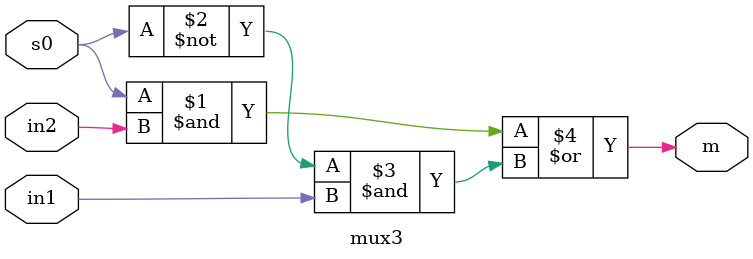
<source format=v>
module mux(LEDR, SW);
    input [9:0] SW;
    output [9:0] LEDR;

    mux1 u1(
        .u(SW[0]),
        .w(SW[2]),
        .s1(SW[9]),
        .out1(Connection1)
        );
		  
    mux2 u2(
        .v(SW[1]),
        .x(SW[3]),
        .s1(SW[9]),
        .out2(Connection2)
        );

    mux3 u3(
        .in1(Connection1),
        .in2(Connection2),
        .s0(SW[8]),
        .m(LEDR[0])
        );  
endmodule

module mux1(u, w, s1, out1);
    input u; //selected when s is 0
    input w; //selected when s is 1
    input s1; //select signal
    output out1; //output
  
    assign out1 = s1 & w | ~s1 & u;

endmodule

module mux2(v, x, s1, out2);
    input v; //selected when s is 0
    input x; //selected when s is 1
    input s1; //select signal
    output out2; //output
  
    assign out2 = s1 & x | ~s1 & v;

endmodule

module mux3(in1, in2, s0, m);
    input in1; //selected when s is 0
    input in2; //selected when s is 1
    input s0; //select signal
    output m; //output
  
    assign m = s0 & in2 | ~s0 & in1;

endmodule

</source>
